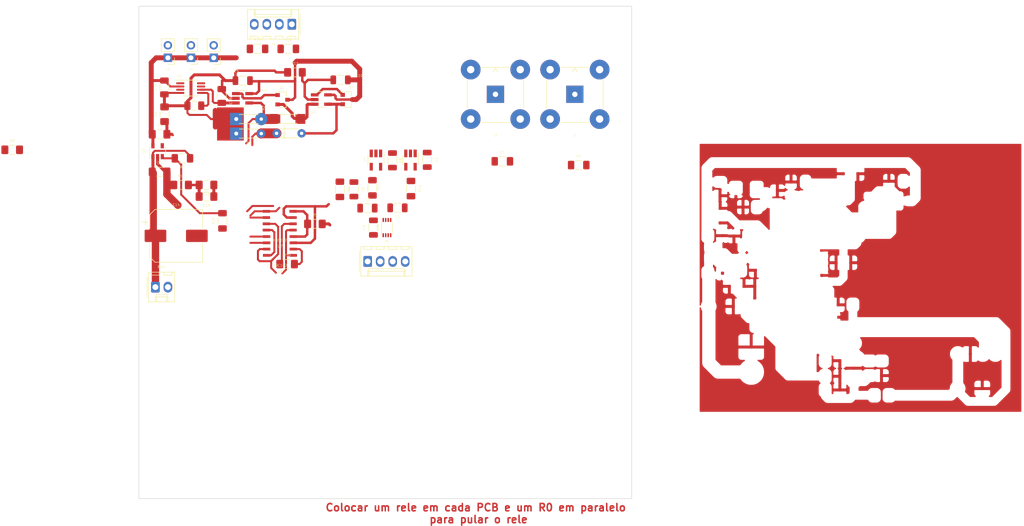
<source format=kicad_pcb>
(kicad_pcb (version 20211014) (generator pcbnew)
  (layers (0 "F.Cu" signal) (31 "B.Cu" signal) (34 "B.Paste" user) (35 "F.Paste" user) (36 "B.SilkS" user "B.Silkscreen") (37 "F.SilkS" user "F.Silkscreen") (38 "B.Mask" user) (39 "F.Mask" user) (44 "Edge.Cuts" user))
  (net 0 "")
  (net 1 "GNDA")
  (net 2 "Net-(Q1-Pad1)")
  (net 3 "Net-(Q2-Pad1)")
  (net 4 "+5V")
  (net 5 "Net-(C12-Pad2)")
  (net 6 "+2V5")
  (net 11 "/5V_BRIDGE")
  (net 13 "/PWR_IN")
  (net 14 "A0.0+")
  (net 15 "A0.0-")
  (net 16 "+5VA")
  (net 17 "U_D")
  (net 18 "Net-(C7-Pad1)")
  (net 19 "Net-(C7-Pad2)")
  (net 20 "/5V_ADC")
  (net 21 "GNDD")
  (net 22 "Net-(J1-Pad1)")
  (net 24 "Net-(J2-Pad1)")
  (net 25 "Net-(R14-Pad1)")
  (net 26 "Net-(R15-Pad1)")
  (net 27 "/~{INC}")
  (net 28 "/U{slash}~{D}")
  (net 29 "/~{CS}")
  (net 30 "/SCLK")
  (net 31 "/SDO")
  (net 32 "/CS")
  (net 33 "/5V_RELAY")
  (net 34 "/T1")
  (net 35 "/RTD_UP")
  (net 36 "/T2")
  (net 37 "/5V_EN")
  (net 38 "Net-(R7-Pad2)")
  (net 39 "/Vh_Rh")
  (footprint "Package_TO_SOT_SMD:SOT-23" (layer "F.Cu") (at 114.554 105.2068)
    (fp_text reference "Q2")
    (fp_text value "BC846")
  )
  (footprint "Resistor_THT:R_Axial_DIN0204_L3.6mm_D1.6mm_P5.08mm_Horizontal" (layer "F.Cu") (at 97.03 109.1708 180)
    (fp_text reference "R2")
    (fp_text value "120")
  )
  (footprint "Resistor_THT:R_Axial_DIN0204_L3.6mm_D1.6mm_P5.08mm_Horizontal" (layer "F.Cu") (at 97.03 112.1208 180)
    (fp_text reference "R3")
    (fp_text value "120")
  )
  (footprint "Package_TO_SOT_SMD:SOT-23-5_HandSoldering" (layer "F.Cu") (at 109.22 105.2068)
    (fp_text reference "U5")
    (fp_text value "OPA192")
  )
  (footprint "Package_TO_SOT_SMD:SOT-23-5_HandSoldering" (layer "F.Cu") (at 93.218 104.9528)
    (fp_text reference "U1")
    (fp_text value "OPA192")
  )
  (footprint "Capacitor_SMD:C_1206_3216Metric" (layer "F.Cu") (at 77.37 102.7508 90)
    (fp_text reference "C11")
    (fp_text value "0.1u")
  )
  (footprint "Capacitor_SMD:C_1206_3216Metric" (layer "F.Cu") (at 83.44 106.4608)
    (fp_text reference "C12")
    (fp_text value "1uF")
  )
  (footprint "Resistor_THT:R_Axial_DIN0204_L3.6mm_D1.6mm_P5.08mm_Horizontal" (layer "F.Cu") (at 99.88 109.1408)
    (fp_text reference "Rsens1")
    (fp_text value "4.804")
  )
  (footprint "Package_TO_SOT_SMD:SOT-23" (layer "F.Cu") (at 101.34 105.2508)
    (fp_text reference "Q1")
    (fp_text value "BC846")
  )
  (footprint "Capacitor_SMD:C_1206_3216Metric" (layer "F.Cu") (at 113.11 101.2108)
    (fp_text reference "C10")
    (fp_text value "0.1u")
  )
  (footprint "Resistor_THT:R_Axial_DIN0204_L3.6mm_D1.6mm_P5.08mm_Horizontal" (layer "F.Cu") (at 100.13 112.0708)
    (fp_text reference "R12")
    (fp_text value "4.872")
  )
  (footprint "Capacitor_SMD:C_1206_3216Metric" (layer "F.Cu") (at 89.01 104.4808 -90)
    (fp_text reference "C15")
    (fp_text value "1uF")
  )
  (footprint "Package_SO:MSOP-8_3x3mm_P0.65mm" (layer "F.Cu") (at 82.7 102.8808)
    (fp_text reference "U2")
    (fp_text value "REF5025")
  )
  (footprint "Capacitor_SMD:CP_Elec_10x14.3" (layer "F.Cu") (at 79.756 132.8928)
    (fp_text reference "C14")
    (fp_text value "470uF")
  )
  (footprint "Capacitor_SMD:C_1206_3216Metric" (layer "F.Cu") (at 93.26 101.3608)
    (fp_text reference "C5")
    (fp_text value "0.1u")
  )
  (footprint "Capacitor_SMD:C_1206_3216Metric_Pad1.42x1.75mm_HandSolder" (layer "F.Cu") (at 76.39 119.8908)
    (fp_text reference "C2")
    (fp_text value "4.7 uF")
  )
  (footprint "Capacitor_SMD:C_1206_3216Metric_Pad1.42x1.75mm_HandSolder" (layer "F.Cu") (at 76.39 112.2608)
    (fp_text reference "C4")
    (fp_text value "4.7 uF")
  )
  (footprint "Package_TO_SOT_SMD:SOT-23-5" (layer "F.Cu") (at 75.99 115.7008 90)
    (fp_text reference "U3")
    (fp_text value "TPS70950")
  )
  (footprint "Biblioteca_Flavio:X9C102" (layer "F.Cu") (at 100.7676 129.816 180)
    (fp_text reference "U7")
    (fp_text value "X9C102")
  )
  (footprint "Capacitor_SMD:C_1206_3216Metric_Pad1.42x1.75mm_HandSolder" (layer "F.Cu") (at 85.91 122.5508 180)
    (fp_text reference "C16")
    (fp_text value "4.7 uF")
  )
  (footprint "Biblioteca_Flavio:X9C102" (layer "F.Cu") (at 100.8176 134.946 180)
    (fp_text reference "U8")
    (fp_text value "X9C102")
  )
  (footprint "Resistor_SMD:R_1206_3216Metric_Pad1.42x1.75mm_HandSolder" (layer "F.Cu") (at 102.2676 138.626)
    (fp_text reference "R10")
    (fp_text value "0")
  )
  (footprint "Resistor_SMD:R_1206_3216Metric_Pad1.42x1.75mm_HandSolder" (layer "F.Cu") (at 107.9076 130.466)
    (fp_text reference "R5")
    (fp_text value "0")
  )
  (footprint "Resistor_SMD:R_1206_3216Metric_Pad1.42x1.75mm_HandSolder" (layer "F.Cu") (at 46.482 115.4176)
    (fp_text reference "R8")
    (fp_text value "0")
  )
  (footprint "Resistor_SMD:R_1206_3216Metric_Pad1.42x1.75mm_HandSolder" (layer "F.Cu") (at 77.4 108.1908 90)
    (fp_text reference "R6")
    (fp_text value "0")
  )
  (footprint "Capacitor_SMD:C_1206_3216Metric_Pad1.42x1.75mm_HandSolder" (layer "F.Cu") (at 85.91 124.9108 180)
    (fp_text reference "C18")
    (fp_text value "4.7 uF")
  )
  (footprint "Resistor_SMD:R_1206_3216Metric_Pad1.42x1.75mm_HandSolder" (layer "F.Cu") (at 103.86 99.6808)
    (fp_text reference "R11")
    (fp_text value "0")
  )
  (footprint "Resistor_SMD:R_1206_3216Metric_Pad1.42x1.75mm_HandSolder" (layer "F.Cu") (at 80.7525 122.5608)
    (fp_text reference "R13")
    (fp_text value "0")
  )
  (footprint "Resistor_SMD:R_1206_3216Metric_Pad1.30x1.75mm_HandSolder" (layer "F.Cu") (at 119.5832 123.1392 -90)
    (fp_text reference "R14")
    (fp_text value "120")
  )
  (footprint "Capacitor_SMD:C_1206_3216Metric" (layer "F.Cu") (at 130.7084 117.4496 -90)
    (fp_text reference "C3")
    (fp_text value "0.1u")
  )
  (footprint "Connector_Molex:Molex_KK-254_AE-6410-04A_1x04_P2.54mm_Vertical" (layer "F.Cu") (at 103.2256 89.916 180)
    (fp_text reference "J9")
    (fp_text value "Sensor")
  )
  (footprint "Capacitor_SMD:C_1206_3216Metric" (layer "F.Cu") (at 118.5672 127.254)
    (fp_text reference "C8")
    (fp_text value "0.1u")
  )
  (footprint "Package_TO_SOT_SMD:SOT-23-5_HandSoldering" (layer "F.Cu") (at 127.3048 117.5004 -90)
    (fp_text reference "U6")
    (fp_text value "OPA192")
  )
  (footprint "Package_SO:VSSOP-8_2.3x2mm_P0.5mm" (layer "F.Cu") (at 122.5296 131.2164 90)
    (fp_text reference "U9")
    (fp_text value "ADS7044xDCU")
  )
  (footprint "Resistor_SMD:R_1206_3216Metric_Pad1.30x1.75mm_HandSolder" (layer "F.Cu") (at 96.266 94.9144)
    (fp_text reference "R19")
    (fp_text value "0")
  )
  (footprint "Resistor_SMD:R_1206_3216Metric_Pad1.30x1.75mm_HandSolder" (layer "F.Cu") (at 81.026 117.1448 180)
    (fp_text reference "R7")
    (fp_text value "R0")
  )
  (footprint "Resistor_SMD:R_1206_3216Metric_Pad1.30x1.75mm_HandSolder" (layer "F.Cu") (at 145.9484 117.7544)
    (fp_text reference "R1")
    (fp_text value "0")
  )
  (footprint "Capacitor_SMD:C_1206_3216Metric" (layer "F.Cu") (at 115.824 123.444 -90)
    (fp_text reference "C6")
    (fp_text value "0.1u")
  )
  (footprint "Package_TO_SOT_SMD:SOT-23-5_HandSoldering" (layer "F.Cu") (at 120.2944 117.5004 -90)
    (fp_text reference "U4")
    (fp_text value "OPA192")
  )
  (footprint "Connector_Molex:Molex_KK-254_AE-6410-04A_1x04_P2.54mm_Vertical" (layer "F.Cu") (at 118.618 138.0944)
    (fp_text reference "J6")
    (fp_text value "SPI")
  )
  (footprint "Resistor_SMD:R_1206_3216Metric_Pad1.30x1.75mm_HandSolder" (layer "F.Cu") (at 161.4424 118.5164)
    (fp_text reference "R4")
    (fp_text value "0")
  )
  (footprint "Capacitor_SMD:C_1206_3216Metric" (layer "F.Cu") (at 119.7864 131.2164 90)
    (fp_text reference "C9")
    (fp_text value "0.1u")
  )
  (footprint "Capacitor_SMD:C_1206_3216Metric" (layer "F.Cu") (at 123.6472 117.5512 -90)
    (fp_text reference "C1")
    (fp_text value "0.1u")
  )
  (footprint "Connector_PinHeader_2.54mm:PinHeader_1x02_P2.54mm_Vertical" (layer "F.Cu") (at 87.376 96.7332 180)
    (fp_text reference "J7")
    (fp_text value "VCC_RELE")
  )
  (footprint "Resistor_SMD:R_1206_3216Metric_Pad1.30x1.75mm_HandSolder" (layer "F.Cu") (at 112.9792 123.444 -90)
    (fp_text reference "R9")
    (fp_text value "120")
  )
  (footprint "Connector_Coaxial:BNC_TEConnectivity_1478035_Horizontal" (layer "F.Cu") (at 160.6614 104.1474)
    (fp_text reference "J1")
    (fp_text value "Conn_Coaxial")
  )
  (footprint "Resistor_SMD:R_1206_3216Metric_Pad1.30x1.75mm_HandSolder" (layer "F.Cu") (at 89.154 129.8448 90)
    (fp_text reference "R20")
    (fp_text value "R0")
  )
  (footprint "Connector_PinHeader_2.54mm:PinHeader_1x02_P2.54mm_Vertical" (layer "F.Cu") (at 82.7532 96.7282 180)
    (fp_text reference "J4")
    (fp_text value "VCC_ADC")
  )
  (footprint "Capacitor_SMD:C_1206_3216Metric" (layer "F.Cu") (at 124.6632 127.2032 180)
    (fp_text reference "C7")
    (fp_text value "0.1u")
  )
  (footprint "Resistor_SMD:R_1206_3216Metric_Pad1.30x1.75mm_HandSolder" (layer "F.Cu") (at 127.4064 123.2916 -90)
    (fp_text reference "R15")
    (fp_text value "120")
  )
  (footprint "Connector_PinHeader_2.54mm:PinHeader_1x02_P2.54mm_Vertical" (layer "F.Cu") (at 78.0796 96.7282 180)
    (fp_text reference "J3")
    (fp_text value "VCC_BRIDGE")
  )
  (footprint "Connector_Coaxial:BNC_TEConnectivity_1478035_Horizontal" (layer "F.Cu") (at 144.5514 104.1474)
    (fp_text reference "J2")
    (fp_text value "Conn_Coaxial")
  )
  (footprint "Connector_Molex:Molex_KK-254_AE-6410-02A_1x02_P2.54mm_Vertical" (layer "F.Cu") (at 75.5396 143.3068)
    (fp_text reference "Bat1")
    (fp_text value "Power")
  )
  (footprint "Resistor_SMD:R_1206_3216Metric_Pad1.30x1.75mm_HandSolder" (layer "F.Cu") (at 102.5144 94.9144)
    (fp_text reference "R18")
    (fp_text value "0")
  )
  (gr_poly (pts (xy 93.42 113.4908) (xy 88.11 113.4908) (xy 88.11 106.8608) (xy 93.42 106.8608)) (layer "F.Cu") (width 0.1) (fill solid))
  (gr_rect (start 72.1868 86.2584) (end 172.1868 186.2584) (layer "Edge.Cuts") (width 0.1) (fill none))
  (gr_text "Colocar um rele em cada PCB e um R0 em paralelo \npara pular o rele\n" (at 141.1224 189.2808) (layer "F.Cu") (effects (font (size 1.5 1.5) (thickness 0.3))))
  (segment (start 90.552 104.9528) (end 89.08 103.4808) (width 0.5) (layer "F.Cu") (net 1))
  (segment (start 78.9 112.2608) (end 79.1 112.4608) (width 0.4) (layer "F.Cu") (net 1))
  (segment (start 105.84 101.8908) (end 105.84 104.5808) (width 0.5) (layer "F.Cu") (net 1))
  (segment (start 77.6325 106.4708) (end 82.03 106.4708) (width 0.6) (layer "F.Cu") (net 1))
  (segment (start 80.1 126.6708) (end 80.07 126.6408) (width 1.5) (layer "F.Cu") (net 1))
  (segment (start 106.466 105.2068) (end 107.87 105.2068) (width 0.5) (layer "F.Cu") (net 1))
  (segment (start 82.45 108.3308) (end 85.96 108.3308) (width 0.4) (layer "F.Cu") (net 1))
  (segment (start 77.8775 110.1558) (end 77.4 109.6783) (width 0.6) (layer "F.Cu") (net 1))
  (segment (start 77.8775 112.2608) (end 77.8775 110.1558) (width 0.6) (layer "F.Cu") (net 1))
  (segment (start 82.05 105.5508) (end 82.05 106.4508) (width 0.6) (layer "F.Cu") (net 1))
  (segment (start 111.635 101.2108) (end 106.52 101.2108) (width 0.5) (layer "F.Cu") (net 1))
  (segment (start 105.84 104.5808) (end 106.466 105.2068) (width 0.5) (layer "F.Cu") (net 1))
  (segment (start 88.55 100.1908) (end 83.44 100.1908) (width 0.6) (layer "F.Cu") (net 1))
  (segment (start 89.72 101.3608) (end 88.55 100.1908) (width 0.6) (layer "F.Cu") (net 1))
  (segment (start 87.7 107.4308) (end 87.7 110.8008) (width 1) (layer "F.Cu") (net 1))
  (segment (start 77.37 104.1508) (end 77.37 106.6733) (width 0.6) (layer "F.Cu") (net 1))
  (segment (start 102.3725 99.6808) (end 100.06 99.6808) (width 0.5) (layer "F.Cu") (net 1))
  (segment (start 77.8775 124.4483) (end 77.8775 119.8908) (width 1.5) (layer "F.Cu") (net 1))
  (segment (start 77.4 106.7033) (end 77.6325 106.4708) (width 0.6) (layer "F.Cu") (net 1))
  (segment (start 87.7 109.1708) (end 91.95 109.1708) (width 0.4) (layer "F.Cu") (net 1))
  (segment (start 91.868 104.9528) (end 90.552 104.9528) (width 0.5) (layer "F.Cu") (net 1))
  (segment (start 89.08 103.4808) (end 89.08 101.3608) (width 0.5) (layer "F.Cu") (net 1))
  (segment (start 75.99 116.8008) (end 75.99 118.3208) (width 0.6) (layer "F.Cu") (net 1))
  (segment (start 92.19 99.3508) (end 91.785 99.7558) (width 0.5) (layer "F.Cu") (net 1))
  (segment (start 106.52 101.2108) (end 105.84 101.8908) (width 0.5) (layer "F.Cu") (net 1))
  (segment (start 89.08 101.3608) (end 89.74 101.3608) (width 0.5) (layer "F.Cu") (net 1))
  (segment (start 100.06 99.6808) (end 99.73 99.3508) (width 0.5) (layer "F.Cu") (net 1))
  (segment (start 91.95 109.1708) (end 91.95 112.1208) (width 2) (layer "F.Cu") (net 1))
  (segment (start 85.96 108.3308) (end 86.8 109.1708) (width 0.4) (layer "F.Cu") (net 1))
  (segment (start 82.04 107.9208) (end 82.45 108.3308) (width 0.4) (layer "F.Cu") (net 1))
  (segment (start 77.37 106.6733) (end 77.4 106.7033) (width 0.6) (layer "F.Cu") (net 1))
  (segment (start 91.785 101.3608) (end 89.72 101.3608) (width 0.6) (layer "F.Cu") (net 1))
  (segment (start 77.56 119.8908) (end 77.8775 119.8908) (width 0.6) (layer "F.Cu") (net 1))
  (segment (start 77.8775 112.2608) (end 78.9 112.2608) (width 0.6) (layer "F.Cu") (net 1))
  (segment (start 82.76 104.8408) (end 82.05 105.5508) (width 0.6) (layer "F.Cu") (net 1))
  (segment (start 83.44 100.1908) (end 82.76 100.8708) (width 0.6) (layer "F.Cu") (net 1))
  (segment (start 86.8 109.1708) (end 87.7 109.1708) (width 0.4) (layer "F.Cu") (net 1))
  (segment (start 99.73 99.3508) (end 92.19 99.3508) (width 0.5) (layer "F.Cu") (net 1))
  (segment (start 87.7 109.1708) (end 87.7 107.4308) (width 1) (layer "F.Cu") (net 1))
  (segment (start 75.99 118.3208) (end 77.56 119.8908) (width 0.6) (layer "F.Cu") (net 1))
  (segment (start 80.07 126.6408) (end 77.8775 124.4483) (width 1.5) (layer "F.Cu") (net 1))
  (segment (start 82.04 106.4608) (end 82.04 107.9208) (width 0.4) (layer "F.Cu") (net 1))
  (segment (start 110.7276 130.466) (end 110.9476 130.686) (width 0.6) (layer "F.Cu") (net 1))
  (segment (start 91.785 99.7558) (end 91.785 101.3608) (width 0.5) (layer "F.Cu") (net 1))
  (segment (start 105.84 101.8908) (end 105.3475 101.3983) (width 0.5) (layer "F.Cu") (net 1))
  (segment (start 82.76 100.8708) (end 82.76 104.8408) (width 0.6) (layer "F.Cu") (net 1))
  (segment (start 80.5875 103.8558) (end 77.665 103.8558) (width 0.4) (layer "F.Cu") (net 1))
  (segment (start 109.3951 130.466) (end 110.7276 130.466) (width 0.6) (layer "F.Cu") (net 1))
  (segment (start 105.3475 101.3983) (end 105.3475 99.6808) (width 0.5) (layer "F.Cu") (net 1))
  (segment (start 93.218 104.1908) (end 93.218 104.6988) (width 0.5) (layer "F.Cu") (net 2))
  (segment (start 97.64 104.3008) (end 100.34 104.3008) (width 0.5) (layer "F.Cu") (net 2))
  (segment (start 92.118 104.0028) (end 93.03 104.0028) (width 0.5) (layer "F.Cu") (net 2))
  (segment (start 96.988 104.9528) (end 97.64 104.3008) (width 0.5) (layer "F.Cu") (net 2))
  (segment (start 93.03 104.0028) (end 93.218 104.1908) (width 0.5) (layer "F.Cu") (net 2))
  (segment (start 93.218 104.6988) (end 93.472 104.9528) (width 0.5) (layer "F.Cu") (net 2))
  (segment (start 93.472 104.9528) (end 96.988 104.9528) (width 0.5) (layer "F.Cu") (net 2))
  (segment (start 109.49686 103.07574) (end 112.37294 103.07574) (width 0.5) (layer "F.Cu") (net 3))
  (segment (start 113.54134 104.24414) (end 113.554 104.2568) (width 0.5) (layer "F.Cu") (net 3))
  (segment (start 108.3158 104.2568) (end 109.49686 103.07574) (width 0.5) (layer "F.Cu") (net 3))
  (segment (start 112.37294 103.07574) (end 113.54134 104.24414) (width 0.5) (layer "F.Cu") (net 3))
  (segment (start 107.87 104.2568) (end 108.3158 104.2568) (width 0.5) (layer "F.Cu") (net 3))
  (segment (start 80.5875 102.5558) (end 78.575 102.5558) (width 0.4) (layer "F.Cu") (net 4))
  (segment (start 78.0796 96.7282) (end 91.948 96.7282) (width 1) (layer "F.Cu") (net 4))
  (segment (start 75.687 96.7282) (end 78.0796 96.7282) (width 1) (layer "F.Cu") (net 4))
  (segment (start 78.575 102.5558) (end 77.37 101.3508) (width 0.4) (layer "F.Cu") (net 4))
  (segment (start 74.7 97.7152) (end 75.687 96.7282) (width 1) (layer "F.Cu") (net 4))
  (segment (start 75.04 114.6008) (end 75.04 112.3983) (width 0.6) (layer "F.Cu") (net 4))
  (segment (start 74.7 112.0583) (end 74.7 97.7152) (width 1) (layer "F.Cu") (net 4))
  (segment (start 77.37 101.3508) (end 74.7 101.3508) (width 0.6) (layer "F.Cu") (net 4))
  (segment (start 84.8125 103.8558) (end 86.025 103.8558) (width 0.4) (layer "F.Cu") (net 5))
  (segment (start 85.98 106.4608) (end 84.84 106.4608) (width 0.4) (layer "F.Cu") (net 5))
  (segment (start 86.27 106.1708) (end 85.98 106.4608) (width 0.4) (layer "F.Cu") (net 5))
  (segment (start 86.27 104.1008) (end 86.27 106.1708) (width 0.4) (layer "F.Cu") (net 5))
  (segment (start 86.025 103.8558) (end 86.27 104.1008) (width 0.4) (layer "F.Cu") (net 5))
  (segment (start 87.492 105.9028) (end 89.678 105.9028) (width 0.4) (layer "F.Cu") (net 6))
  (segment (start 84.8125 103.2058) (end 86.865 103.2058) (width 0.4) (layer "F.Cu") (net 6))
  (segment (start 89.678 105.9028) (end 91.868 105.9028) (width 0.6) (layer "F.Cu") (net 6))
  (segment (start 87.19 103.5308) (end 87.19 105.6008) (width 0.4) (layer "F.Cu") (net 6))
  (segment (start 86.865 103.2058) (end 87.19 103.5308) (width 0.4) (layer "F.Cu") (net 6))
  (segment (start 87.19 105.6008) (end 87.492 105.9028) (width 0.4) (layer "F.Cu") (net 6))
  (segment (start 114.585 101.2108) (end 114.5932 101.219) (width 0.5) (layer "F.Cu") (net 11))
  (segment (start 94.52656 101.4984) (end 96.5708 101.4984) (width 0.5) (layer "F.Cu") (net 11))
  (segment (start 96.5708 103.45674) (end 96.5708 101.4984) (width 0.5) (layer "F.Cu") (net 11))
  (segment (start 103.39 105.2508) (end 103.886 104.7548) (width 0.5) (layer "F.Cu") (net 11))
  (segment (start 102.34 105.2508) (end 103.39 105.2508) (width 0.5) (layer "F.Cu") (net 11))
  (segment (start 116.314 105.2068) (end 117 104.5208) (width 1) (layer "F.Cu") (net 11))
  (segment (start 96.5708 101.4984) (end 103.886 101.4984) (width 0.5) (layer "F.Cu") (net 11))
  (segment (start 94.568 104.0028) (end 96.02474 104.0028) (width 0.5) (layer "F.Cu") (net 11))
  (segment (start 96.02474 104.0028) (end 96.5708 103.45674) (width 0.5) (layer "F.Cu") (net 11))
  (segment (start 115.41 97.4208) (end 104.212 97.4208) (width 1) (layer "F.Cu") (net 11))
  (segment (start 115.554 105.2068) (end 116.314 105.2068) (width 1) (layer "F.Cu") (net 11))
  (segment (start 114.585 101.2108) (end 117 101.2108) (width 1) (layer "F.Cu") (net 11))
  (segment (start 112.09274 104.49954) (end 112.09274 104.9401) (width 0.5) (layer "F.Cu") (net 11))
  (segment (start 112.35944 105.2068) (end 115.554 105.2068) (width 0.5) (layer "F.Cu") (net 11))
  (segment (start 117 104.5208) (end 117 99.0108) (width 1) (layer "F.Cu") (net 11))
  (segment (start 104.212 97.4208) (end 103.886 97.7468) (width 1) (layer "F.Cu") (net 11))
  (segment (start 111.85 104.2568) (end 112.09274 104.49954) (width 0.5) (layer "F.Cu") (net 11))
  (segment (start 112.09274 104.9401) (end 112.35944 105.2068) (width 0.5) (layer "F.Cu") (net 11))
  (segment (start 117 99.0108) (end 115.41 97.4208) (width 1) (layer "F.Cu") (net 11))
  (segment (start 103.886 104.7548) (end 103.886 97.7468) (width 0.5) (layer "F.Cu") (net 11))
  (segment (start 110.57 104.2568) (end 111.85 104.2568) (width 0.5) (layer "F.Cu") (net 11))
  (segment (start 75.438 115.6208) (end 75.04 116.0188) (width 0.4) (layer "F.Cu") (net 13))
  (segment (start 75.1 120.0883) (end 75.1 132.4368) (width 1.5) (layer "F.Cu") (net 13))
  (segment (start 75.04 116.8008) (end 75.04 119.7533) (width 0.6) (layer "F.Cu") (net 13))
  (segment (start 75.556 143.2904) (end 75.5396 143.3068) (width 1.5) (layer "F.Cu") (net 13))
  (segment (start 82.576 117.1448) (end 82.576 116.6628) (width 0.4) (layer "F.Cu") (net 13))
  (segment (start 82.576 116.6628) (end 81.534 115.6208) (width 0.4) (layer "F.Cu") (net 13))
  (segment (start 75.04 119.7533) (end 74.9025 119.8908) (width 0.6) (layer "F.Cu") (net 13))
  (segment (start 75.04 116.0188) (end 75.04 116.8008) (width 0.4) (layer "F.Cu") (net 13))
  (segment (start 75.1 132.4368) (end 75.556 132.8928) (width 1.5) (layer "F.Cu") (net 13))
  (segment (start 81.534 115.6208) (end 75.438 115.6208) (width 0.4) (layer "F.Cu") (net 13))
  (segment (start 75.556 132.8928) (end 75.556 143.2904) (width 1.5) (layer "F.Cu") (net 13))
  (segment (start 98.0625 127.911) (end 99.9626 127.911) (width 0.4) (layer "F.Cu") (net 14))
  (segment (start 98.1125 134.311) (end 94.8076 134.311) (width 0.4) (layer "F.Cu") (net 14))
  (segment (start 95.6826 127.911) (end 94.8076 128.786) (width 0.4) (layer "F.Cu") (net 14))
  (segment (start 100.13 112.0708) (end 97.08 112.0708) (width 2) (layer "F.Cu") (net 14))
  (segment (start 99.9626 127.911) (end 100.7076 127.166) (width 0.4) (layer "F.Cu") (net 14))
  (segment (start 95.85 112.1208) (end 97.03 112.1208) (width 0.4) (layer "F.Cu") (net 14))
  (segment (start 97.08 112.0708) (end 97.03 112.1208) (width 2) (layer "F.Cu") (net 14))
  (segment (start 98.0625 129.181) (end 94.8076 129.181) (width 0.4) (layer "F.Cu") (net 14))
  (segment (start 95.21 112.7608) (end 95.85 112.1208) (width 0.4) (layer "F.Cu") (net 14))
  (segment (start 98.0625 127.911) (end 95.6826 127.911) (width 0.4) (layer "F.Cu") (net 14))
  (segment (start 95.21 114.4608) (end 95.21 112.7608) (width 0.4) (layer "F.Cu") (net 14))
  (segment (start 98.1125 133.041) (end 94.8076 133.041) (width 0.4) (layer "F.Cu") (net 14))
  (segment (start 94.44 113.6308) (end 94.44 110.0108) (width 0.4) (layer "F.Cu") (net 15))
  (segment (start 97.03 109.1708) (end 99.76 109.1708) (width 2) (layer "F.Cu") (net 15))
  (segment (start 93.95 114.1208) (end 94.44 113.6308) (width 0.4) (layer "F.Cu") (net 15))
  (segment (start 94.1576 127.896) (end 95.2276 126.826) (width 0.4) (layer "F.Cu") (net 15))
  (segment (start 94.44 110.0108) (end 95.28 109.1708) (width 0.4) (layer "F.Cu") (net 15))
  (segment (start 97.53 109.2908) (end 97.53 106.4808) (width 0.5) (layer "F.Cu") (net 15))
  (segment (start 97.53 106.4808) (end 96.952 105.9028) (width 0.5) (layer "F.Cu") (net 15))
  (segment (start 95.28 109.1708) (end 97.03 109.1708) (width 0.4) (layer "F.Cu") (net 15))
  (segment (start 95.2276 126.826) (end 99.4476 126.826) (width 0.4) (layer "F.Cu") (net 15))
  (segment (start 96.952 105.9028) (end 94.568 105.9028) (width 0.5) (layer "F.Cu") (net 15))
  (segment (start 98.1125 136.851) (end 99.0026 136.851) (width 0.4) (layer "F.Cu") (net 20))
  (segment (start 99.0026 136.851) (end 99.6776 136.176) (width 0.4) (layer "F.Cu") (net 20))
  (segment (start 99.6776 136.176) (end 99.6776 132.166) (width 0.4) (layer "F.Cu") (net 20))
  (segment (start 87.3975 122.5508) (end 87.3975 124.9108) (width 0.6) (layer "F.Cu") (net 20))
  (segment (start 99.6776 132.166) (end 99.2326 131.721) (width 0.4) (layer "F.Cu") (net 20))
  (segment (start 99.2326 131.721) (end 98.0625 131.721) (width 0.4) (layer "F.Cu") (net 20))
  (segment (start 87.4825 122.4658) (end 87.3975 122.5508) (width 0.6) (layer "F.Cu") (net 20))
  (segment (start 103.4727 127.911) (end 105.5826 127.911) (width 0.5) (layer "F.Cu") (net 21))
  (segment (start 106.3476 132.606) (end 105.9126 133.041) (width 0.5) (layer "F.Cu") (net 21))
  (segment (start 84.4125 122.5608) (end 84.4225 122.5508) (width 0.5) (layer "F.Cu") (net 21))
  (segment (start 84.5575 122.4158) (end 84.4225 122.5508) (width 0.6) (layer "F.Cu") (net 21))
  (segment (start 106.3476 128.676) (end 106.3476 132.606) (width 0.5) (layer "F.Cu") (net 21))
  (segment (start 82.24 122.5608) (end 84.4125 122.5608) (width 0.5) (layer "F.Cu") (net 21))
  (segment (start 105.5826 127.911) (end 106.3476 128.676) (width 0.5) (layer "F.Cu") (net 21))
  (segment (start 105.9126 133.041) (end 103.5227 133.041) (width 0.5) (layer "F.Cu") (net 21))
  (segment (start 84.4225 122.5508) (end 84.4225 124.9108) (width 0.6) (layer "F.Cu") (net 21))
  (segment (start 103.5227 136.851) (end 102.0476 136.851) (width 0.4) (layer "F.Cu") (net 27))
  (segment (start 102.2926 131.731) (end 103.9727 131.731) (width 0.4) (layer "F.Cu") (net 27))
  (segment (start 102.0476 139.786) (end 102.0476 131.976) (width 0.4) (layer "F.Cu") (net 27))
  (segment (start 102.0476 131.976) (end 102.2926 131.731) (width 0.4) (layer "F.Cu") (net 27))
  (segment (start 101.297601 140.535999) (end 102.0476 139.786) (width 0.4) (layer "F.Cu") (net 27))
  (segment (start 100.697591 138.708509) (end 101.1976 138.2085) (width 0.4) (layer "F.Cu") (net 28))
  (segment (start 105.2576 138.176) (end 105.2576 136.026) (width 0.4) (layer "F.Cu") (net 28))
  (segment (start 104.8076 138.626) (end 105.2576 138.176) (width 0.4) (layer "F.Cu") (net 28))
  (segment (start 101.6826 130.461) (end 103.9727 130.461) (width 0.4) (layer "F.Cu") (net 28))
  (segment (start 103.7551 138.626) (end 104.8076 138.626) (width 0.4) (layer "F.Cu") (net 28))
  (segment (start 101.1976 138.2085) (end 101.1976 130.946) (width 0.4) (layer "F.Cu") (net 28))
  (segment (start 105.2576 136.026) (end 104.8126 135.581) (width 0.4) (layer "F.Cu") (net 28))
  (segment (start 101.1976 130.946) (end 101.6826 130.461) (width 0.4) (layer "F.Cu") (net 28))
  (segment (start 104.8126 135.581) (end 103.5227 135.581) (width 0.4) (layer "F.Cu") (net 28))
  (segment (start 98.9976 138.046) (end 96.6876 138.046) (width 0.4) (layer "F.Cu") (net 29))
  (segment (start 99.997601 140.386001) (end 99.0376 139.426) (width 0.4) (layer "F.Cu") (net 29))
  (segment (start 96.7326 135.581) (end 98.1125 135.581) (width 0.4) (layer "F.Cu") (net 29))
  (segment (start 100.4576 131.056) (end 99.8526 130.451) (width 0.4) (layer "F.Cu") (net 29))
  (segment (start 99.8526 130.451) (end 98.0625 130.451) (width 0.4) (layer "F.Cu") (net 29))
  (segment (start 100.4576 136.586) (end 100.4576 131.056) (width 0.4) (layer "F.Cu") (net 29))
  (segment (start 99.0376 139.426) (end 99.0376 138.006) (width 0.4) (layer "F.Cu") (net 29))
  (segment (start 96.3476 137.706) (end 96.3476 135.966) (width 0.4) (layer "F.Cu") (net 29))
  (segment (start 96.6876 138.046) (end 96.3476 137.706) (width 0.4) (layer "F.Cu") (net 29))
  (segment (start 99.0376 138.006) (end 99.4376 137.606) (width 0.4) (layer "F.Cu") (net 29))
  (segment (start 96.3476 135.966) (end 96.7326 135.581) (width 0.4) (layer "F.Cu") (net 29))
  (segment (start 99.4376 137.606) (end 100.4576 136.586) (width 0.4) (layer "F.Cu") (net 29))
  (segment (start 99.4376 137.606) (end 98.9976 138.046) (width 0.4) (layer "F.Cu") (net 29))
  (segment (start 103.3 107.9908) (end 103.3 108.6208) (width 0.6) (layer "F.Cu") (net 35))
  (segment (start 101.51 106.2008) (end 103.3 107.9908) (width 0.6) (layer "F.Cu") (net 35))
  (segment (start 106.32 108.7108) (end 106.32 106.3268) (width 0.6) (layer "F.Cu") (net 35))
  (segment (start 106.49 106.1568) (end 107.87 106.1568) (width 0.6) (layer "F.Cu") (net 35))
  (segment (start 105.98 109.0508) (end 106.32 108.7108) (width 0.6) (layer "F.Cu") (net 35))
  (segment (start 103.73 109.0508) (end 105.98 109.0508) (width 0.6) (layer "F.Cu") (net 35))
  (segment (start 103.3 108.6208) (end 103.73 109.0508) (width 0.6) (layer "F.Cu") (net 35))
  (segment (start 100.34 106.2008) (end 101.51 106.2008) (width 0.6) (layer "F.Cu") (net 35))
  (segment (start 106.32 106.3268) (end 106.49 106.1568) (width 0.6) (layer "F.Cu") (net 35))
  (segment (start 89.154 128.2948) (end 84.556 128.2948) (width 0.4) (layer "F.Cu") (net 38))
  (segment (start 80.772 124.5108) (end 80.772 118.4408) (width 0.4) (layer "F.Cu") (net 38))
  (segment (start 84.556 128.2948) (end 80.772 124.5108) (width 0.4) (layer "F.Cu") (net 38))
  (segment (start 79.476 117.1448) (end 77.284 117.1448) (width 0.4) (layer "F.Cu") (net 38))
  (segment (start 77.284 117.1448) (end 76.94 116.8008) (width 0.4) (layer "F.Cu") (net 38))
  (segment (start 80.772 118.4408) (end 79.476 117.1448) (width 0.4) (layer "F.Cu") (net 38))
  (segment (start 110.57 106.1568) (end 112.294 106.1568) (width 0.6) (layer "F.Cu") (net 39))
  (segment (start 101.5976 128.5552) (end 101.5976 127.386) (width 0.5) (layer "F.Cu") (net 39))
  (segment (start 112.294 106.1568) (end 112.294 111.4168) (width 0.5) (layer "F.Cu") (net 39))
  (segment (start 103.5227 134.311) (end 107.0626 134.311) (width 0.5) (layer "F.Cu") (net 39))
  (segment (start 112.294 106.1568) (end 113.554 106.1568) (width 0.6) (layer "F.Cu") (net 39))
  (segment (start 102.0876 126.896) (end 110.2676 126.896) (width 0.5) (layer "F.Cu") (net 39))
  (segment (start 101.5976 127.386) (end 102.0876 126.896) (width 0.5) (layer "F.Cu") (net 39))
  (segment (start 103.4727 129.181) (end 102.2234 129.181) (width 0.5) (layer "F.Cu") (net 39))
  (segment (start 107.0626 134.311) (end 107.9176 133.456) (width 0.5) (layer "F.Cu") (net 39))
  (segment (start 110.2676 126.896) (end 110.7076 126.456) (width 0.5) (layer "F.Cu") (net 39))
  (segment (start 102.2234 129.181) (end 101.5976 128.5552) (width 0.5) (layer "F.Cu") (net 39))
  (segment (start 107.9176 133.456) (end 107.9176 126.916) (width 0.5) (layer "F.Cu") (net 39))
  (segment (start 112.294 111.4168) (end 111.64 112.0708) (width 0.5) (layer "F.Cu") (net 39))
  (segment (start 111.64 112.0708) (end 105.21 112.0708) (width 0.5) (layer "F.Cu") (net 39))
  (zone (net 1) (net_name "GNDA") (layer "F.Cu") (connect_pads (clearance 0.6)) (min_thickness 0.254) (fill yes (thermal_gap 0.6) (thermal_bridge_width 0.6))
    (polygon (pts (xy 251.818964 169.527139) (xy 185.392964 169.234139) (xy 185.392964 113.608139) (xy 251.818964 113.901139)))
  )
)
</source>
